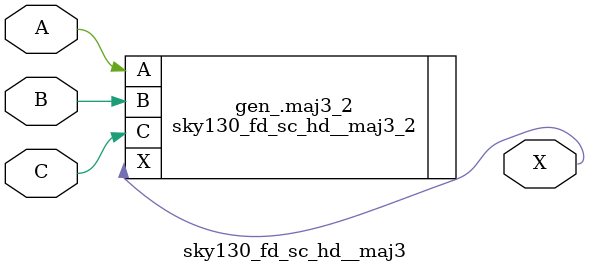
<source format=v>
`default_nettype none

module sky130_fd_sc_hd__maj3 #(
    parameter integer DRIVE_LEVEL = 2
) (
    X,
    A,
    B,
    C
);

    // Module ports
    output wire X;
    input  wire A;
    input  wire B;
    input  wire C;

    generate
        if (DRIVE_LEVEL == 2) begin : gen_
            sky130_fd_sc_hd__maj3_2 maj3_2 (
`ifdef USE_POWER_PINS
                .VPWR (1'b1),
                .VGND (1'b0),
                .VPB  (1'b1),
                .VNB  (1'b0),
`endif
                .X    (X),
                .A    (A),
                .B    (B),
                .C    (C)
            );
        end else begin : gen_
            // Check sky130 cell library for your requirement and add case
            $error("DRIVE_LEVEL=%d is not implemented", DRIVE_LEVEL);
        end
    endgenerate

endmodule

</source>
